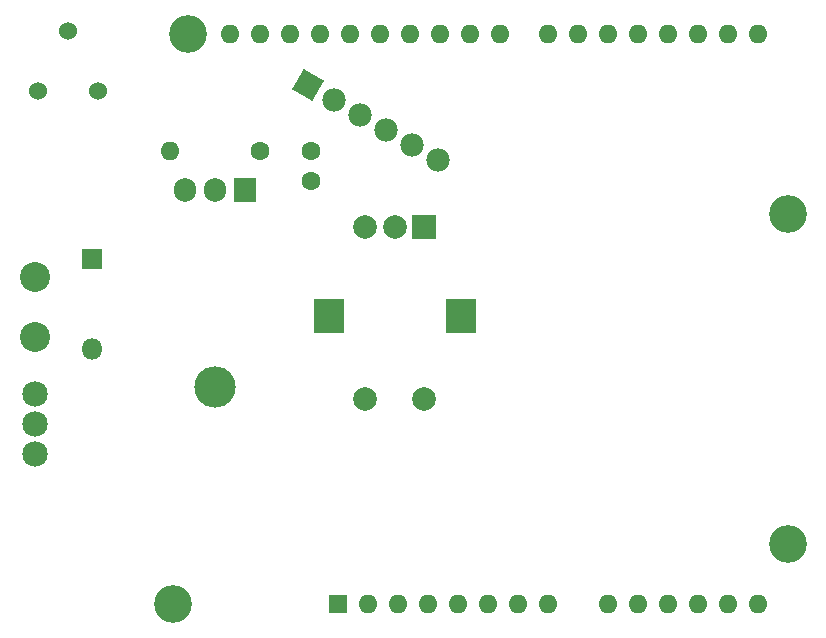
<source format=gbr>
%TF.GenerationSoftware,KiCad,Pcbnew,6.0.1-79c1e3a40b~116~ubuntu20.04.1*%
%TF.CreationDate,2022-01-30T00:58:34-05:00*%
%TF.ProjectId,Protogasm-Board-V2,50726f74-6f67-4617-936d-2d426f617264,rev?*%
%TF.SameCoordinates,PX68290a0PY76b1be0*%
%TF.FileFunction,Soldermask,Bot*%
%TF.FilePolarity,Negative*%
%FSLAX46Y46*%
G04 Gerber Fmt 4.6, Leading zero omitted, Abs format (unit mm)*
G04 Created by KiCad (PCBNEW 6.0.1-79c1e3a40b~116~ubuntu20.04.1) date 2022-01-30 00:58:34*
%MOMM*%
%LPD*%
G01*
G04 APERTURE LIST*
G04 Aperture macros list*
%AMRotRect*
0 Rectangle, with rotation*
0 The origin of the aperture is its center*
0 $1 length*
0 $2 width*
0 $3 Rotation angle, in degrees counterclockwise*
0 Add horizontal line*
21,1,$1,$2,0,0,$3*%
G04 Aperture macros list end*
%ADD10C,1.981200*%
%ADD11RotRect,1.981200X1.981200X240.000000*%
%ADD12C,1.600000*%
%ADD13O,1.600000X1.600000*%
%ADD14R,2.000000X2.000000*%
%ADD15C,2.000000*%
%ADD16R,2.500000X3.000000*%
%ADD17O,3.500000X3.500000*%
%ADD18R,1.905000X2.000000*%
%ADD19O,1.905000X2.000000*%
%ADD20C,2.159000*%
%ADD21R,1.800000X1.800000*%
%ADD22O,1.800000X1.800000*%
%ADD23C,1.524000*%
%ADD24C,2.540000*%
%ADD25R,1.600000X1.600000*%
%ADD26C,3.200000*%
G04 APERTURE END LIST*
D10*
%TO.C,U2*%
X36398523Y40132000D03*
X34198818Y41402000D03*
X31999114Y42672000D03*
X29799409Y43942000D03*
X27599705Y45212000D03*
D11*
X25400000Y46482000D03*
%TD*%
D12*
%TO.C,R1*%
X21336000Y40894000D03*
D13*
X13716000Y40894000D03*
%TD*%
D14*
%TO.C,SW1*%
X35266000Y34428000D03*
D15*
X30266000Y34428000D03*
X32766000Y34428000D03*
D16*
X38366000Y26928000D03*
X27166000Y26928000D03*
D15*
X35266000Y19928000D03*
X30266000Y19928000D03*
%TD*%
D12*
%TO.C,C1*%
X25654000Y38354000D03*
X25654000Y40854000D03*
%TD*%
D17*
%TO.C,Q1*%
X17526000Y20932000D03*
D18*
X20066000Y37592000D03*
D19*
X17526000Y37592000D03*
X14986000Y37592000D03*
%TD*%
D20*
%TO.C,J1*%
X2286000Y20320000D03*
X2286000Y17780000D03*
X2286000Y15240000D03*
%TD*%
D21*
%TO.C,D1*%
X7112000Y31750000D03*
D22*
X7112000Y24130000D03*
%TD*%
D23*
%TO.C,R2*%
X2540000Y45974000D03*
X5080000Y51054000D03*
X7620000Y45974000D03*
%TD*%
D24*
%TO.C,M1*%
X2286000Y30226000D03*
X2286000Y25146000D03*
%TD*%
D13*
%TO.C,U1*%
X18800000Y50800000D03*
X21340000Y50800000D03*
X23880000Y50800000D03*
X26420000Y50800000D03*
X28960000Y50800000D03*
X31500000Y50800000D03*
X34040000Y50800000D03*
X36580000Y50800000D03*
X39120000Y50800000D03*
X41660000Y50800000D03*
X45720000Y50800000D03*
X48260000Y50800000D03*
X50800000Y50800000D03*
X53340000Y50800000D03*
X55880000Y50800000D03*
X58420000Y50800000D03*
X60960000Y50800000D03*
X63500000Y50800000D03*
X63500000Y2540000D03*
X60960000Y2540000D03*
X58420000Y2540000D03*
X55880000Y2540000D03*
X53340000Y2540000D03*
X50800000Y2540000D03*
X45720000Y2540000D03*
X43180000Y2540000D03*
X40640000Y2540000D03*
X38100000Y2540000D03*
X35560000Y2540000D03*
X33020000Y2540000D03*
X30480000Y2540000D03*
D25*
X27940000Y2540000D03*
D26*
X66040000Y35560000D03*
X13970000Y2540000D03*
X66040000Y7620000D03*
X15240000Y50800000D03*
%TD*%
M02*

</source>
